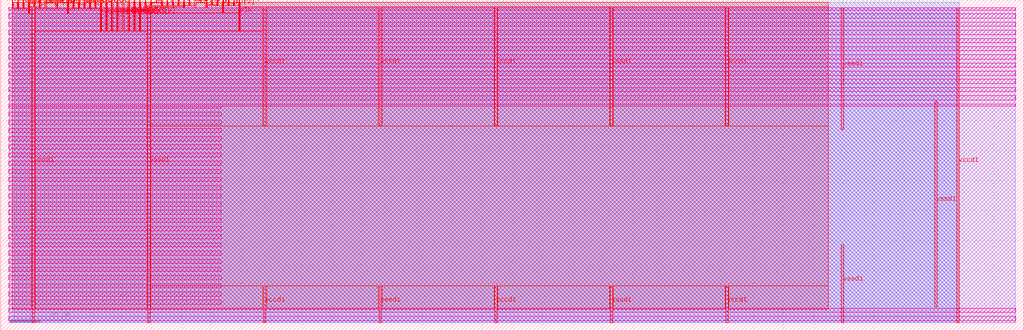
<source format=lef>
VERSION 5.7 ;
  NOWIREEXTENSIONATPIN ON ;
  DIVIDERCHAR "/" ;
  BUSBITCHARS "[]" ;
MACRO tt_um_urish_dffram
  CLASS BLOCK ;
  FOREIGN tt_um_urish_dffram ;
  ORIGIN 0.000 0.000 ;
  SIZE 679.880 BY 220.320 ;
  PIN clk
    DIRECTION INPUT ;
    USE SIGNAL ;
    PORT
      LAYER met4 ;
        RECT 158.550 199.740 158.850 220.320 ;
    END
  END clk
  PIN ena
    DIRECTION INPUT ;
    USE SIGNAL ;
    PORT
      LAYER met4 ;
        RECT 162.230 219.320 162.530 220.320 ;
    END
  END ena
  PIN rst_n
    DIRECTION INPUT ;
    USE SIGNAL ;
    PORT
      LAYER met4 ;
        RECT 154.870 216.740 155.170 220.320 ;
    END
  END rst_n
  PIN ui_in[0]
    DIRECTION INPUT ;
    USE SIGNAL ;
    PORT
      LAYER met4 ;
        RECT 151.190 216.740 151.490 220.320 ;
    END
  END ui_in[0]
  PIN ui_in[1]
    DIRECTION INPUT ;
    USE SIGNAL ;
    PORT
      LAYER met4 ;
        RECT 147.510 211.980 147.810 220.320 ;
    END
  END ui_in[1]
  PIN ui_in[2]
    DIRECTION INPUT ;
    USE SIGNAL ;
    PORT
      LAYER met4 ;
        RECT 143.830 216.740 144.130 220.320 ;
    END
  END ui_in[2]
  PIN ui_in[3]
    DIRECTION INPUT ;
    USE SIGNAL ;
    PORT
      LAYER met4 ;
        RECT 140.150 217.420 140.450 220.320 ;
    END
  END ui_in[3]
  PIN ui_in[4]
    DIRECTION INPUT ;
    USE SIGNAL ;
    PORT
      LAYER met4 ;
        RECT 136.470 215.380 136.770 220.320 ;
    END
  END ui_in[4]
  PIN ui_in[5]
    DIRECTION INPUT ;
    USE SIGNAL ;
    PORT
      LAYER met4 ;
        RECT 132.790 218.780 133.090 220.320 ;
    END
  END ui_in[5]
  PIN ui_in[6]
    DIRECTION INPUT ;
    USE SIGNAL ;
    PORT
      LAYER met4 ;
        RECT 129.110 215.380 129.410 220.320 ;
    END
  END ui_in[6]
  PIN ui_in[7]
    DIRECTION INPUT ;
    USE SIGNAL ;
    PORT
      LAYER met4 ;
        RECT 125.430 216.740 125.730 220.320 ;
    END
  END ui_in[7]
  PIN uio_in[0]
    DIRECTION INPUT ;
    USE SIGNAL ;
    PORT
      LAYER met4 ;
        RECT 121.750 215.380 122.050 220.320 ;
    END
  END uio_in[0]
  PIN uio_in[1]
    DIRECTION INPUT ;
    USE SIGNAL ;
    PORT
      LAYER met4 ;
        RECT 118.070 216.740 118.370 220.320 ;
    END
  END uio_in[1]
  PIN uio_in[2]
    DIRECTION INPUT ;
    USE SIGNAL ;
    PORT
      LAYER met4 ;
        RECT 114.390 216.740 114.690 220.320 ;
    END
  END uio_in[2]
  PIN uio_in[3]
    DIRECTION INPUT ;
    USE SIGNAL ;
    PORT
      LAYER met4 ;
        RECT 110.710 216.740 111.010 220.320 ;
    END
  END uio_in[3]
  PIN uio_in[4]
    DIRECTION INPUT ;
    USE SIGNAL ;
    PORT
      LAYER met4 ;
        RECT 107.030 216.740 107.330 220.320 ;
    END
  END uio_in[4]
  PIN uio_in[5]
    DIRECTION INPUT ;
    USE SIGNAL ;
    PORT
      LAYER met4 ;
        RECT 103.350 218.780 103.650 220.320 ;
    END
  END uio_in[5]
  PIN uio_in[6]
    DIRECTION INPUT ;
    USE SIGNAL ;
    PORT
      LAYER met4 ;
        RECT 99.670 216.740 99.970 220.320 ;
    END
  END uio_in[6]
  PIN uio_in[7]
    DIRECTION INPUT ;
    USE SIGNAL ;
    PORT
      LAYER met4 ;
        RECT 95.990 215.380 96.290 220.320 ;
    END
  END uio_in[7]
  PIN uio_oe[0]
    DIRECTION OUTPUT TRISTATE ;
    USE SIGNAL ;
    PORT
      LAYER met4 ;
        RECT 33.430 218.780 33.730 220.320 ;
    END
  END uio_oe[0]
  PIN uio_oe[1]
    DIRECTION OUTPUT TRISTATE ;
    USE SIGNAL ;
    PORT
      LAYER met4 ;
        RECT 29.750 214.700 30.050 220.320 ;
    END
  END uio_oe[1]
  PIN uio_oe[2]
    DIRECTION OUTPUT TRISTATE ;
    USE SIGNAL ;
    PORT
      LAYER met4 ;
        RECT 26.070 214.700 26.370 220.320 ;
    END
  END uio_oe[2]
  PIN uio_oe[3]
    DIRECTION OUTPUT TRISTATE ;
    USE SIGNAL ;
    PORT
      LAYER met4 ;
        RECT 22.390 216.060 22.690 220.320 ;
    END
  END uio_oe[3]
  PIN uio_oe[4]
    DIRECTION OUTPUT TRISTATE ;
    USE SIGNAL ;
    PORT
      LAYER met4 ;
        RECT 18.710 211.300 19.010 220.320 ;
    END
  END uio_oe[4]
  PIN uio_oe[5]
    DIRECTION OUTPUT TRISTATE ;
    USE SIGNAL ;
    PORT
      LAYER met4 ;
        RECT 15.030 214.700 15.330 220.320 ;
    END
  END uio_oe[5]
  PIN uio_oe[6]
    DIRECTION OUTPUT TRISTATE ;
    USE SIGNAL ;
    PORT
      LAYER met4 ;
        RECT 11.350 214.700 11.650 220.320 ;
    END
  END uio_oe[6]
  PIN uio_oe[7]
    DIRECTION OUTPUT TRISTATE ;
    USE SIGNAL ;
    PORT
      LAYER met4 ;
        RECT 7.670 214.700 7.970 220.320 ;
    END
  END uio_oe[7]
  PIN uio_out[0]
    DIRECTION OUTPUT TRISTATE ;
    USE SIGNAL ;
    PORT
      LAYER met4 ;
        RECT 62.870 214.700 63.170 220.320 ;
    END
  END uio_out[0]
  PIN uio_out[1]
    DIRECTION OUTPUT TRISTATE ;
    USE SIGNAL ;
    PORT
      LAYER met4 ;
        RECT 59.190 214.700 59.490 220.320 ;
    END
  END uio_out[1]
  PIN uio_out[2]
    DIRECTION OUTPUT TRISTATE ;
    USE SIGNAL ;
    PORT
      LAYER met4 ;
        RECT 55.510 214.700 55.810 220.320 ;
    END
  END uio_out[2]
  PIN uio_out[3]
    DIRECTION OUTPUT TRISTATE ;
    USE SIGNAL ;
    PORT
      LAYER met4 ;
        RECT 51.830 214.700 52.130 220.320 ;
    END
  END uio_out[3]
  PIN uio_out[4]
    DIRECTION OUTPUT TRISTATE ;
    USE SIGNAL ;
    PORT
      LAYER met4 ;
        RECT 48.150 214.700 48.450 220.320 ;
    END
  END uio_out[4]
  PIN uio_out[5]
    DIRECTION OUTPUT TRISTATE ;
    USE SIGNAL ;
    PORT
      LAYER met4 ;
        RECT 44.470 211.300 44.770 220.320 ;
    END
  END uio_out[5]
  PIN uio_out[6]
    DIRECTION OUTPUT TRISTATE ;
    USE SIGNAL ;
    PORT
      LAYER met4 ;
        RECT 40.790 218.780 41.090 220.320 ;
    END
  END uio_out[6]
  PIN uio_out[7]
    DIRECTION OUTPUT TRISTATE ;
    USE SIGNAL ;
    PORT
      LAYER met4 ;
        RECT 37.110 214.700 37.410 220.320 ;
    END
  END uio_out[7]
  PIN uo_out[0]
    DIRECTION OUTPUT TRISTATE ;
    USE SIGNAL ;
    PORT
      LAYER met4 ;
        RECT 92.310 199.740 92.610 220.320 ;
    END
  END uo_out[0]
  PIN uo_out[1]
    DIRECTION OUTPUT TRISTATE ;
    USE SIGNAL ;
    PORT
      LAYER met4 ;
        RECT 88.630 199.740 88.930 220.320 ;
    END
  END uo_out[1]
  PIN uo_out[2]
    DIRECTION OUTPUT TRISTATE ;
    USE SIGNAL ;
    PORT
      LAYER met4 ;
        RECT 84.950 199.740 85.250 220.320 ;
    END
  END uo_out[2]
  PIN uo_out[3]
    DIRECTION OUTPUT TRISTATE ;
    USE SIGNAL ;
    PORT
      LAYER met4 ;
        RECT 81.270 199.740 81.570 220.320 ;
    END
  END uo_out[3]
  PIN uo_out[4]
    DIRECTION OUTPUT TRISTATE ;
    USE SIGNAL ;
    PORT
      LAYER met4 ;
        RECT 77.590 199.740 77.890 220.320 ;
    END
  END uo_out[4]
  PIN uo_out[5]
    DIRECTION OUTPUT TRISTATE ;
    USE SIGNAL ;
    PORT
      LAYER met4 ;
        RECT 73.910 199.740 74.210 220.320 ;
    END
  END uo_out[5]
  PIN uo_out[6]
    DIRECTION OUTPUT TRISTATE ;
    USE SIGNAL ;
    PORT
      LAYER met4 ;
        RECT 70.230 199.740 70.530 220.320 ;
    END
  END uo_out[6]
  PIN uo_out[7]
    DIRECTION OUTPUT TRISTATE ;
    USE SIGNAL ;
    PORT
      LAYER met4 ;
        RECT 66.550 199.740 66.850 220.320 ;
    END
  END uo_out[7]
  PIN vccd1
    DIRECTION INOUT ;
    USE POWER ;
    PORT
      LAYER met4 ;
        RECT 21.040 5.200 22.640 215.120 ;
    END
    PORT
      LAYER met4 ;
        RECT 174.640 5.200 176.240 29.380 ;
    END
    PORT
      LAYER met4 ;
        RECT 174.640 136.540 176.240 215.120 ;
    END
    PORT
      LAYER met4 ;
        RECT 328.240 5.200 329.840 29.380 ;
    END
    PORT
      LAYER met4 ;
        RECT 328.240 136.540 329.840 215.120 ;
    END
    PORT
      LAYER met4 ;
        RECT 481.840 5.200 483.440 29.380 ;
    END
    PORT
      LAYER met4 ;
        RECT 481.840 136.540 483.440 215.120 ;
    END
    PORT
      LAYER met4 ;
        RECT 635.440 5.200 637.040 215.120 ;
    END
  END vccd1
  PIN vssd1
    DIRECTION INOUT ;
    USE GROUND ;
    PORT
      LAYER met4 ;
        RECT 97.840 5.200 99.440 215.120 ;
    END
    PORT
      LAYER met4 ;
        RECT 251.440 5.200 253.040 29.380 ;
    END
    PORT
      LAYER met4 ;
        RECT 251.440 136.540 253.040 215.120 ;
    END
    PORT
      LAYER met4 ;
        RECT 405.040 5.200 406.640 29.380 ;
    END
    PORT
      LAYER met4 ;
        RECT 405.040 136.540 406.640 215.120 ;
    END
    PORT
      LAYER met4 ;
        RECT 558.640 5.200 560.240 56.995 ;
    END
    PORT
      LAYER met4 ;
        RECT 558.640 134.085 560.240 215.120 ;
    END
    PORT
      LAYER met4 ;
        RECT 620.660 16.080 622.260 152.560 ;
    END
  END vssd1
  OBS
      LAYER nwell ;
        RECT 5.330 213.465 674.550 215.070 ;
        RECT 5.330 208.025 674.550 210.855 ;
        RECT 5.330 202.585 674.550 205.415 ;
        RECT 5.330 197.145 674.550 199.975 ;
        RECT 5.330 191.705 674.550 194.535 ;
        RECT 5.330 186.265 674.550 189.095 ;
        RECT 5.330 180.825 674.550 183.655 ;
        RECT 5.330 175.385 674.550 178.215 ;
        RECT 5.330 169.945 674.550 172.775 ;
        RECT 5.330 164.505 674.550 167.335 ;
        RECT 5.330 159.065 674.550 161.895 ;
        RECT 5.330 153.625 674.550 156.455 ;
        RECT 5.330 149.410 674.550 151.015 ;
        RECT 5.330 148.185 146.470 149.410 ;
        RECT 5.330 142.745 146.470 145.575 ;
        RECT 5.330 137.305 146.470 140.135 ;
        RECT 5.330 131.865 146.470 134.695 ;
        RECT 5.330 126.425 146.470 129.255 ;
        RECT 5.330 120.985 146.470 123.815 ;
        RECT 5.330 115.545 146.470 118.375 ;
        RECT 5.330 110.105 146.470 112.935 ;
        RECT 5.330 104.665 146.470 107.495 ;
        RECT 5.330 99.225 146.470 102.055 ;
        RECT 5.330 93.785 146.470 96.615 ;
        RECT 5.330 88.345 146.470 91.175 ;
        RECT 5.330 82.905 146.470 85.735 ;
        RECT 5.330 77.465 146.470 80.295 ;
        RECT 5.330 72.025 146.470 74.855 ;
        RECT 5.330 66.585 146.470 69.415 ;
        RECT 5.330 61.145 146.470 63.975 ;
        RECT 5.330 55.705 146.470 58.535 ;
        RECT 5.330 50.265 146.470 53.095 ;
        RECT 5.330 44.825 146.470 47.655 ;
        RECT 5.330 39.385 146.470 42.215 ;
        RECT 5.330 33.945 146.470 36.775 ;
        RECT 5.330 28.505 146.470 31.335 ;
        RECT 5.330 23.065 146.470 25.895 ;
        RECT 5.330 17.625 146.470 20.455 ;
        RECT 5.330 12.185 674.550 15.015 ;
        RECT 5.330 6.745 674.550 9.575 ;
      LAYER li1 ;
        RECT 5.520 5.355 674.360 214.965 ;
      LAYER met1 ;
        RECT 5.520 5.200 674.360 215.120 ;
      LAYER met2 ;
        RECT 8.830 5.255 637.010 218.805 ;
      LAYER met3 ;
        RECT 7.630 5.275 637.030 218.785 ;
      LAYER met4 ;
        RECT 8.370 214.300 10.950 218.785 ;
        RECT 12.050 214.300 14.630 218.785 ;
        RECT 15.730 214.300 18.310 218.785 ;
        RECT 7.655 210.900 18.310 214.300 ;
        RECT 19.410 215.660 21.990 218.785 ;
        RECT 23.090 215.660 25.670 218.785 ;
        RECT 19.410 215.520 25.670 215.660 ;
        RECT 19.410 210.900 20.640 215.520 ;
        RECT 7.655 14.455 20.640 210.900 ;
        RECT 23.040 214.300 25.670 215.520 ;
        RECT 26.770 214.300 29.350 218.785 ;
        RECT 30.450 218.380 33.030 218.785 ;
        RECT 34.130 218.380 36.710 218.785 ;
        RECT 30.450 214.300 36.710 218.380 ;
        RECT 37.810 218.380 40.390 218.785 ;
        RECT 41.490 218.380 44.070 218.785 ;
        RECT 37.810 214.300 44.070 218.380 ;
        RECT 23.040 210.900 44.070 214.300 ;
        RECT 45.170 214.300 47.750 218.785 ;
        RECT 48.850 214.300 51.430 218.785 ;
        RECT 52.530 214.300 55.110 218.785 ;
        RECT 56.210 214.300 58.790 218.785 ;
        RECT 59.890 214.300 62.470 218.785 ;
        RECT 63.570 214.300 66.150 218.785 ;
        RECT 45.170 210.900 66.150 214.300 ;
        RECT 23.040 199.340 66.150 210.900 ;
        RECT 67.250 199.340 69.830 218.785 ;
        RECT 70.930 199.340 73.510 218.785 ;
        RECT 74.610 199.340 77.190 218.785 ;
        RECT 78.290 199.340 80.870 218.785 ;
        RECT 81.970 199.340 84.550 218.785 ;
        RECT 85.650 199.340 88.230 218.785 ;
        RECT 89.330 199.340 91.910 218.785 ;
        RECT 93.010 214.980 95.590 218.785 ;
        RECT 96.690 216.340 99.270 218.785 ;
        RECT 100.370 218.380 102.950 218.785 ;
        RECT 104.050 218.380 106.630 218.785 ;
        RECT 100.370 216.340 106.630 218.380 ;
        RECT 107.730 216.340 110.310 218.785 ;
        RECT 111.410 216.340 113.990 218.785 ;
        RECT 115.090 216.340 117.670 218.785 ;
        RECT 118.770 216.340 121.350 218.785 ;
        RECT 96.690 215.520 121.350 216.340 ;
        RECT 96.690 214.980 97.440 215.520 ;
        RECT 93.010 199.340 97.440 214.980 ;
        RECT 23.040 14.455 97.440 199.340 ;
        RECT 99.840 214.980 121.350 215.520 ;
        RECT 122.450 216.340 125.030 218.785 ;
        RECT 126.130 216.340 128.710 218.785 ;
        RECT 122.450 214.980 128.710 216.340 ;
        RECT 129.810 218.380 132.390 218.785 ;
        RECT 133.490 218.380 136.070 218.785 ;
        RECT 129.810 214.980 136.070 218.380 ;
        RECT 137.170 217.020 139.750 218.785 ;
        RECT 140.850 217.020 143.430 218.785 ;
        RECT 137.170 216.340 143.430 217.020 ;
        RECT 144.530 216.340 147.110 218.785 ;
        RECT 137.170 214.980 147.110 216.340 ;
        RECT 99.840 211.580 147.110 214.980 ;
        RECT 148.210 216.340 150.790 218.785 ;
        RECT 151.890 216.340 154.470 218.785 ;
        RECT 155.570 216.340 158.150 218.785 ;
        RECT 148.210 211.580 158.150 216.340 ;
        RECT 99.840 199.340 158.150 211.580 ;
        RECT 159.250 215.520 549.825 218.785 ;
        RECT 159.250 199.340 174.240 215.520 ;
        RECT 99.840 136.140 174.240 199.340 ;
        RECT 176.640 136.140 251.040 215.520 ;
        RECT 253.440 136.140 327.840 215.520 ;
        RECT 330.240 136.140 404.640 215.520 ;
        RECT 407.040 136.140 481.440 215.520 ;
        RECT 483.840 136.140 549.825 215.520 ;
        RECT 99.840 29.780 549.825 136.140 ;
        RECT 99.840 14.455 174.240 29.780 ;
        RECT 176.640 14.455 251.040 29.780 ;
        RECT 253.440 14.455 327.840 29.780 ;
        RECT 330.240 14.455 404.640 29.780 ;
        RECT 407.040 14.455 481.440 29.780 ;
        RECT 483.840 14.455 549.825 29.780 ;
  END
END tt_um_urish_dffram
END LIBRARY


</source>
